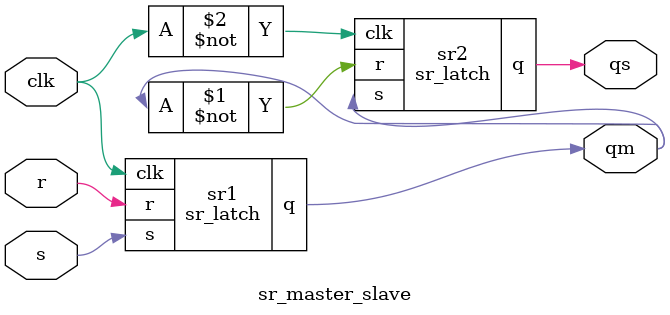
<source format=v>
module sr_latch (input  s, r, clk,output reg q);
always @(*) begin
  if (clk) begin
        if (s & ~r) 
          q = 1'b1;
        else if (~s & r) 
          q = 1'b0;
        else if (~s & ~r) 
          q = q; 
    	else  if(s & r)         
           q = 1'bx; 
    	else
          q=1'bx;
  end 
end
endmodule
module sr_master_slave(input s,r,clk,output qm,qs);
  sr_latch sr1(.s(s),.r(r),.clk(clk),.q(qm));
  sr_latch sr2(.s(qm),.r(~qm),.clk(~clk),.q(qs));
endmodule

</source>
